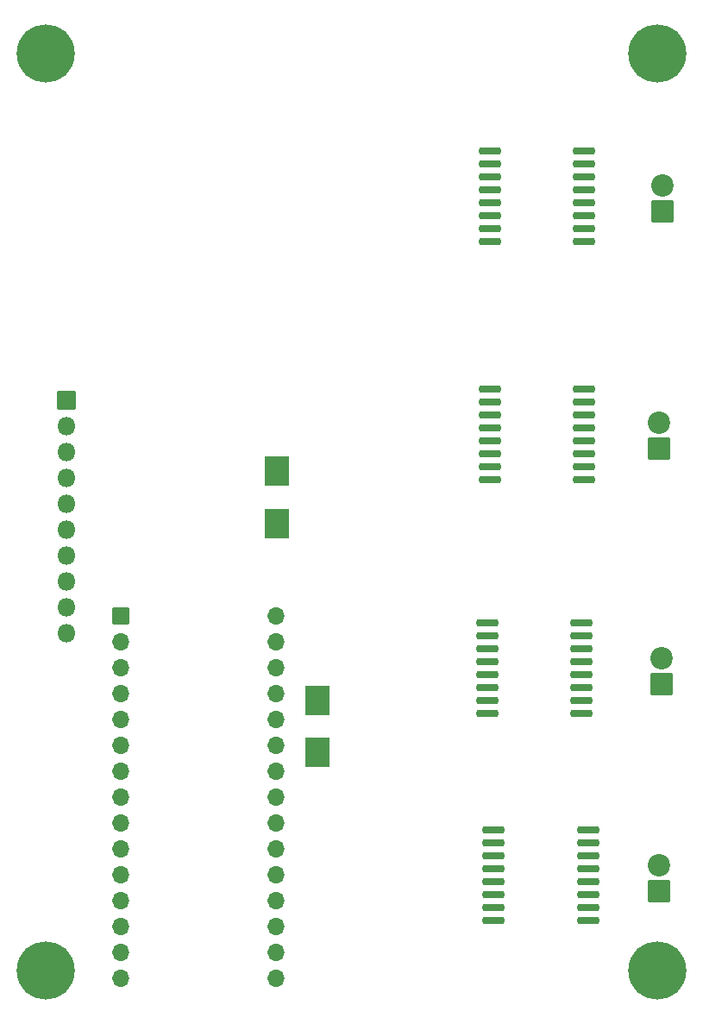
<source format=gbr>
%TF.GenerationSoftware,KiCad,Pcbnew,(6.0.4)*%
%TF.CreationDate,2023-07-24T12:57:32-04:00*%
%TF.ProjectId,BREAD_Slice,42524541-445f-4536-9c69-63652e6b6963,rev?*%
%TF.SameCoordinates,Original*%
%TF.FileFunction,Soldermask,Bot*%
%TF.FilePolarity,Negative*%
%FSLAX46Y46*%
G04 Gerber Fmt 4.6, Leading zero omitted, Abs format (unit mm)*
G04 Created by KiCad (PCBNEW (6.0.4)) date 2023-07-24 12:57:32*
%MOMM*%
%LPD*%
G01*
G04 APERTURE LIST*
G04 Aperture macros list*
%AMRoundRect*
0 Rectangle with rounded corners*
0 $1 Rounding radius*
0 $2 $3 $4 $5 $6 $7 $8 $9 X,Y pos of 4 corners*
0 Add a 4 corners polygon primitive as box body*
4,1,4,$2,$3,$4,$5,$6,$7,$8,$9,$2,$3,0*
0 Add four circle primitives for the rounded corners*
1,1,$1+$1,$2,$3*
1,1,$1+$1,$4,$5*
1,1,$1+$1,$6,$7*
1,1,$1+$1,$8,$9*
0 Add four rect primitives between the rounded corners*
20,1,$1+$1,$2,$3,$4,$5,0*
20,1,$1+$1,$4,$5,$6,$7,0*
20,1,$1+$1,$6,$7,$8,$9,0*
20,1,$1+$1,$8,$9,$2,$3,0*%
G04 Aperture macros list end*
%ADD10C,5.700000*%
%ADD11RoundRect,0.050000X-0.800000X-0.800000X0.800000X-0.800000X0.800000X0.800000X-0.800000X0.800000X0*%
%ADD12O,1.700000X1.700000*%
%ADD13RoundRect,0.050000X-0.850000X-0.850000X0.850000X-0.850000X0.850000X0.850000X-0.850000X0.850000X0*%
%ADD14O,1.800000X1.800000*%
%ADD15RoundRect,0.050000X1.050000X-1.050000X1.050000X1.050000X-1.050000X1.050000X-1.050000X-1.050000X0*%
%ADD16C,2.200000*%
%ADD17RoundRect,0.050000X-1.175000X1.385000X-1.175000X-1.385000X1.175000X-1.385000X1.175000X1.385000X0*%
%ADD18RoundRect,0.050000X1.175000X-1.385000X1.175000X1.385000X-1.175000X1.385000X-1.175000X-1.385000X0*%
%ADD19RoundRect,0.200000X0.875000X0.150000X-0.875000X0.150000X-0.875000X-0.150000X0.875000X-0.150000X0*%
G04 APERTURE END LIST*
D10*
%TO.C,H1*%
X127600000Y-44800000D03*
%TD*%
%TO.C,H2*%
X187600000Y-44800000D03*
%TD*%
%TO.C,H3*%
X127600000Y-134800000D03*
%TD*%
%TO.C,H4*%
X187600000Y-134800000D03*
%TD*%
D11*
%TO.C,A1*%
X135000000Y-100000000D03*
D12*
X135000000Y-102540000D03*
X135000000Y-105080000D03*
X135000000Y-107620000D03*
X135000000Y-110160000D03*
X135000000Y-112700000D03*
X135000000Y-115240000D03*
X135000000Y-117780000D03*
X135000000Y-120320000D03*
X135000000Y-122860000D03*
X135000000Y-125400000D03*
X135000000Y-127940000D03*
X135000000Y-130480000D03*
X135000000Y-133020000D03*
X135000000Y-135560000D03*
X150240000Y-135560000D03*
X150240000Y-133020000D03*
X150240000Y-130480000D03*
X150240000Y-127940000D03*
X150240000Y-125400000D03*
X150240000Y-122860000D03*
X150240000Y-120320000D03*
X150240000Y-117780000D03*
X150240000Y-115240000D03*
X150240000Y-112700000D03*
X150240000Y-110160000D03*
X150240000Y-107620000D03*
X150240000Y-105080000D03*
X150240000Y-102540000D03*
X150240000Y-100000000D03*
%TD*%
D13*
%TO.C,J1*%
X129600000Y-78800000D03*
D14*
X129600000Y-81340000D03*
X129600000Y-83880000D03*
X129600000Y-86420000D03*
X129600000Y-88960000D03*
X129600000Y-91500000D03*
X129600000Y-94040000D03*
X129600000Y-96580000D03*
X129600000Y-99120000D03*
X129600000Y-101660000D03*
%TD*%
D15*
%TO.C,J2*%
X187751000Y-126973000D03*
D16*
X187751000Y-124433000D03*
%TD*%
D15*
%TO.C,J3*%
X187751000Y-83539000D03*
D16*
X187751000Y-80999000D03*
%TD*%
D15*
%TO.C,J4*%
X188005000Y-106653000D03*
D16*
X188005000Y-104113000D03*
%TD*%
D15*
%TO.C,J5*%
X188132000Y-60298000D03*
D16*
X188132000Y-57758000D03*
%TD*%
D17*
%TO.C,C2*%
X154223000Y-108274000D03*
X154223000Y-113414000D03*
%TD*%
D18*
%TO.C,C1*%
X150286000Y-90935000D03*
X150286000Y-85795000D03*
%TD*%
D19*
%TO.C,U1*%
X180844000Y-121004000D03*
X180844000Y-122274000D03*
X180844000Y-123544000D03*
X180844000Y-124814000D03*
X180844000Y-126084000D03*
X180844000Y-127354000D03*
X180844000Y-128624000D03*
X180844000Y-129894000D03*
X171544000Y-129894000D03*
X171544000Y-128624000D03*
X171544000Y-127354000D03*
X171544000Y-126084000D03*
X171544000Y-124814000D03*
X171544000Y-123544000D03*
X171544000Y-122274000D03*
X171544000Y-121004000D03*
%TD*%
%TO.C,U2*%
X180463000Y-77697000D03*
X180463000Y-78967000D03*
X180463000Y-80237000D03*
X180463000Y-81507000D03*
X180463000Y-82777000D03*
X180463000Y-84047000D03*
X180463000Y-85317000D03*
X180463000Y-86587000D03*
X171163000Y-86587000D03*
X171163000Y-85317000D03*
X171163000Y-84047000D03*
X171163000Y-82777000D03*
X171163000Y-81507000D03*
X171163000Y-80237000D03*
X171163000Y-78967000D03*
X171163000Y-77697000D03*
%TD*%
%TO.C,U3*%
X180209000Y-100684000D03*
X180209000Y-101954000D03*
X180209000Y-103224000D03*
X180209000Y-104494000D03*
X180209000Y-105764000D03*
X180209000Y-107034000D03*
X180209000Y-108304000D03*
X180209000Y-109574000D03*
X170909000Y-109574000D03*
X170909000Y-108304000D03*
X170909000Y-107034000D03*
X170909000Y-105764000D03*
X170909000Y-104494000D03*
X170909000Y-103224000D03*
X170909000Y-101954000D03*
X170909000Y-100684000D03*
%TD*%
%TO.C,U4*%
X180463000Y-54329000D03*
X180463000Y-55599000D03*
X180463000Y-56869000D03*
X180463000Y-58139000D03*
X180463000Y-59409000D03*
X180463000Y-60679000D03*
X180463000Y-61949000D03*
X180463000Y-63219000D03*
X171163000Y-63219000D03*
X171163000Y-61949000D03*
X171163000Y-60679000D03*
X171163000Y-59409000D03*
X171163000Y-58139000D03*
X171163000Y-56869000D03*
X171163000Y-55599000D03*
X171163000Y-54329000D03*
%TD*%
M02*

</source>
